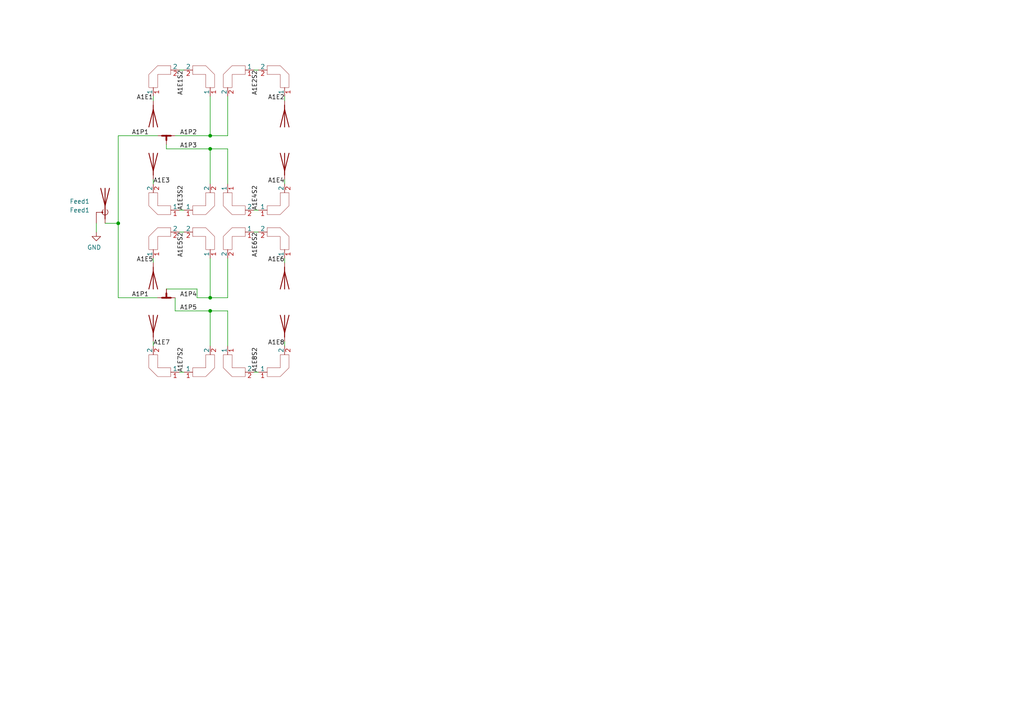
<source format=kicad_sch>
(kicad_sch (version 20201015) (generator eeschema)
  (paper "A4")
  (lib_symbols
    (symbol "Device:Antenna" (pin_numbers hide) (pin_names (offset 1.016) hide)
      (property "Reference" "AE" (at -1.905 1.905 0))
      (property "Value" "Antenna" (at -1.905 0 0))
      (symbol "Antenna_0_1"
        (polyline (pts (xy 0 2.54) (xy 0 -3.81)) (stroke (width 0.254)))
        (polyline (pts (xy 1.27 2.54) (xy 0 -2.54) (xy -1.27 2.54)) (stroke (width 0.254)))
      )
      (symbol "Antenna_1_1"
        (pin input line (at 0 -5.08 90) (length 2.54) (name "A") (number "1"))
      )
    )
    (symbol "Device:Antenna_Shield" (pin_numbers hide) (pin_names (offset 1.016) hide)
      (property "Reference" "AE" (at -1.905 4.445 0))
      (property "Value" "Antenna_Shield" (at -1.905 2.54 0))
      (symbol "Antenna_Shield_0_1"
        (arc (start 0 -2.667) (end -0.508 -1.143) (radius (at -0.0254 -1.8542) (length 0.8128) (angles -88.2 124.2)))
        (arc (start 0 -2.667) (end 0.508 -1.143) (radius (at 0.0254 -1.8542) (length 0.8128) (angles -91.8 55.8)))
        (circle (center 0.762 -1.905) (radius 0.1778) (fill (type outline)))
        (polyline (pts (xy 0 -2.54) (xy 0 0)))
        (polyline (pts (xy 0 5.08) (xy 0 -3.81)) (stroke (width 0.254)))
        (polyline (pts (xy 0.762 -1.905) (xy 2.54 -1.905)))
        (polyline (pts (xy 2.54 -2.54) (xy 2.54 -1.905)))
        (polyline (pts (xy 1.27 5.08) (xy 0 0) (xy -1.27 5.08)) (stroke (width 0.254)))
      )
      (symbol "Antenna_Shield_1_1"
        (pin input line (at 0 -5.08 90) (length 2.54) (name "A") (number "1"))
        (pin input line (at 2.54 -5.08 90) (length 2.54) (name "Shield") (number "2"))
      )
    )
    (symbol "Device:NetTie_3_Tee" (pin_numbers hide) (pin_names (offset 0) hide)
      (property "Reference" "NT" (at 0 3.175 0))
      (property "Value" "NetTie_3_Tee" (at 0 1.27 0))
      (symbol "NetTie_3_Tee_0_1"
        (polyline (pts (xy -1.27 0) (xy 1.27 0)) (stroke (width 0.508)))
        (polyline (pts (xy -1.27 0) (xy 1.27 0)) (stroke (width 0.254)))
        (polyline (pts (xy 0 -2.54) (xy 0 -2.54)) (stroke (width 0.254)))
        (polyline (pts (xy 0 -1.27) (xy 0 0)) (stroke (width 0.508)))
      )
      (symbol "NetTie_3_Tee_1_1"
        (pin passive line (at -2.54 0 0) (length 2.54) (name "1") (number "1"))
        (pin passive line (at 2.54 0 180) (length 2.54) (name "2") (number "2"))
        (pin passive line (at 0 -2.54 90) (length 2.54) (name "3") (number "3"))
      )
    )
    (symbol "Scott:RFAngle" (pin_names (offset 0))
      (symbol "RFAngle_0_1"
        (polyline (pts (xy -5.08 2.54) (xy -1.27 2.54) (xy 1.27 0) (xy 1.27 -3.81) (xy -1.27 -3.81) (xy -1.27 0) (xy -5.08 0) (xy -5.08 2.54)) (stroke (width 0.0006)))
      )
      (symbol "RFAngle_1_1"
        (pin bidirectional line (at -7.62 1.27 0) (length 2.54) (name "1") (number "1"))
        (pin bidirectional line (at 0 -6.35 90) (length 2.54) (name "2") (number "2"))
      )
    )
    (symbol "power:GND" (power) (pin_names (offset 0))
      (property "Value" "GND" (at 0 -3.81 0))
      (symbol "GND_0_1"
        (polyline (pts (xy 0 0) (xy 0 -1.27) (xy 1.27 -1.27) (xy 0 -2.54) (xy -1.27 -1.27) (xy 0 -1.27)))
      )
      (symbol "GND_1_1"
        (pin power_in line (at 0 0 270) (length 0) hide (name "GND") (number "1"))
      )
    )
  )
  (junction (at 34.29 64.77) (diameter 0.9144))
  (junction (at 60.96 39.37) (diameter 0.9144))
  (junction (at 60.96 43.18) (diameter 0.9144))
  (junction (at 60.96 86.36) (diameter 0.9144))
  (junction (at 60.96 90.17) (diameter 0.9144))
  (wire (pts (xy 27.94 64.77) (xy 27.94 67.31)))
  (wire (pts (xy 34.29 39.37) (xy 34.29 64.77)))
  (wire (pts (xy 34.29 39.37) (xy 45.72 39.37)))
  (wire (pts (xy 34.29 64.77) (xy 30.48 64.77)))
  (wire (pts (xy 34.29 64.77) (xy 34.29 86.36)))
  (wire (pts (xy 34.29 86.36) (xy 45.72 86.36)))
  (wire (pts (xy 44.45 27.94) (xy 44.45 29.21)))
  (wire (pts (xy 44.45 53.34) (xy 44.45 52.07)))
  (wire (pts (xy 44.45 74.93) (xy 44.45 76.2)))
  (wire (pts (xy 44.45 100.33) (xy 44.45 99.06)))
  (wire (pts (xy 48.26 41.91) (xy 48.26 43.18)))
  (wire (pts (xy 48.26 43.18) (xy 60.96 43.18)))
  (wire (pts (xy 48.26 83.82) (xy 57.15 83.82)))
  (wire (pts (xy 50.8 39.37) (xy 60.96 39.37)))
  (wire (pts (xy 50.8 86.36) (xy 50.8 90.17)))
  (wire (pts (xy 50.8 90.17) (xy 60.96 90.17)))
  (wire (pts (xy 52.07 20.32) (xy 53.34 20.32)))
  (wire (pts (xy 52.07 60.96) (xy 53.34 60.96)))
  (wire (pts (xy 52.07 67.31) (xy 53.34 67.31)))
  (wire (pts (xy 52.07 107.95) (xy 53.34 107.95)))
  (wire (pts (xy 57.15 83.82) (xy 57.15 86.36)))
  (wire (pts (xy 57.15 86.36) (xy 60.96 86.36)))
  (wire (pts (xy 60.96 27.94) (xy 60.96 39.37)))
  (wire (pts (xy 60.96 43.18) (xy 60.96 53.34)))
  (wire (pts (xy 60.96 74.93) (xy 60.96 86.36)))
  (wire (pts (xy 60.96 90.17) (xy 60.96 100.33)))
  (wire (pts (xy 66.04 27.94) (xy 66.04 39.37)))
  (wire (pts (xy 66.04 39.37) (xy 60.96 39.37)))
  (wire (pts (xy 66.04 43.18) (xy 60.96 43.18)))
  (wire (pts (xy 66.04 43.18) (xy 66.04 53.34)))
  (wire (pts (xy 66.04 74.93) (xy 66.04 86.36)))
  (wire (pts (xy 66.04 86.36) (xy 60.96 86.36)))
  (wire (pts (xy 66.04 90.17) (xy 60.96 90.17)))
  (wire (pts (xy 66.04 90.17) (xy 66.04 100.33)))
  (wire (pts (xy 74.93 20.32) (xy 73.66 20.32)))
  (wire (pts (xy 74.93 60.96) (xy 73.66 60.96)))
  (wire (pts (xy 74.93 67.31) (xy 73.66 67.31)))
  (wire (pts (xy 74.93 107.95) (xy 73.66 107.95)))
  (wire (pts (xy 82.55 27.94) (xy 82.55 29.21)))
  (wire (pts (xy 82.55 53.34) (xy 82.55 52.07)))
  (wire (pts (xy 82.55 74.93) (xy 82.55 76.2)))
  (wire (pts (xy 82.55 100.33) (xy 82.55 99.06)))
  (label "A1P1" (at 43.18 39.37 180))
  (label "A1P1" (at 43.18 86.36 180))
  (label "A1E1" (at 44.45 29.21 180))
  (label "A1E3" (at 44.45 53.34 0))
  (label "A1E5" (at 44.45 76.2 180))
  (label "A1E7" (at 44.45 100.33 0))
  (label "A1E1S2" (at 53.34 20.32 270))
  (label "A1E3S2" (at 53.34 60.96 90))
  (label "A1E5S2" (at 53.34 67.31 270))
  (label "A1E7S2" (at 53.34 107.95 90))
  (label "A1P2" (at 57.15 39.37 180))
  (label "A1P3" (at 57.15 43.18 180))
  (label "A1P4" (at 57.15 86.36 180))
  (label "A1P5" (at 57.15 90.17 180))
  (label "A1E2S2" (at 74.93 20.32 270))
  (label "A1E4S2" (at 74.93 60.96 90))
  (label "A1E6S2" (at 74.93 67.31 270))
  (label "A1E8S2" (at 74.93 107.95 90))
  (label "A1E2" (at 82.55 29.21 180))
  (label "A1E4" (at 82.55 53.34 180))
  (label "A1E6" (at 82.55 76.2 180))
  (label "A1E8" (at 82.55 100.33 180))
  (symbol (lib_id "power:GND") (at 27.94 67.31 0) (mirror y) (unit 1)
    (property "Reference" "#PWR01" (effects hide))
    (property "Value" "GND" (at 27.305 71.755 0))
  )
  (symbol (lib_id "Device:NetTie_3_Tee") (at 48.26 39.37 0) (unit 1)
    (property "Reference" "NT1" (effects hide))
    (property "Value" "NetTie_3_Tee" (effects hide))
    (property "Footprint" "Scott-RF-JLCPCB-1.2mm7628-4layer:RF-T-50ohm" (effects hide))
  )
  (symbol (lib_id "Device:NetTie_3_Tee") (at 48.26 86.36 0) (mirror x) (unit 1)
    (property "Reference" "NT2" (effects hide))
    (property "Value" "NetTie_3_Tee" (effects hide))
    (property "Footprint" "Scott-RF-JLCPCB-1.2mm7628-4layer:RF-T-50ohm" (effects hide))
  )
  (symbol (lib_id "Device:Antenna") (at 44.45 34.29 180) (unit 1)
    (property "Reference" "AE1" (effects hide))
    (property "Value" "Antenna" (effects hide))
    (property "Footprint" "Scott:PanelAnt5.0_V_UP_100R" (effects hide))
  )
  (symbol (lib_id "Device:Antenna") (at 44.45 46.99 0) (mirror y) (unit 1)
    (property "Reference" "AE3" (effects hide))
    (property "Value" "Antenna" (effects hide))
    (property "Footprint" "Scott:PanelAnt5.0_V_UP_100R" (effects hide))
  )
  (symbol (lib_id "Device:Antenna") (at 44.45 81.28 180) (unit 1)
    (property "Reference" "AE5" (effects hide))
    (property "Value" "Antenna" (effects hide))
    (property "Footprint" "Scott:PanelAnt5.0_V_UP_100R" (effects hide))
  )
  (symbol (lib_id "Device:Antenna") (at 44.45 93.98 0) (mirror y) (unit 1)
    (property "Reference" "AE7" (effects hide))
    (property "Value" "Antenna" (effects hide))
    (property "Footprint" "Scott:PanelAnt5.0_V_UP_100R" (effects hide))
  )
  (symbol (lib_id "Device:Antenna") (at 82.55 34.29 0) (mirror x) (unit 1)
    (property "Reference" "AE2" (effects hide))
    (property "Value" "Antenna" (effects hide))
    (property "Footprint" "Scott:PanelAnt5.0_V_UP_100R" (effects hide))
  )
  (symbol (lib_id "Device:Antenna") (at 82.55 46.99 0) (unit 1)
    (property "Reference" "AE4" (effects hide))
    (property "Value" "Antenna" (effects hide))
    (property "Footprint" "Scott:PanelAnt5.0_V_UP_100R" (effects hide))
  )
  (symbol (lib_id "Device:Antenna") (at 82.55 81.28 0) (mirror x) (unit 1)
    (property "Reference" "AE6" (effects hide))
    (property "Value" "Antenna" (effects hide))
    (property "Footprint" "Scott:PanelAnt5.0_V_UP_100R" (effects hide))
  )
  (symbol (lib_id "Device:Antenna") (at 82.55 93.98 0) (unit 1)
    (property "Reference" "AE8" (effects hide))
    (property "Value" "Antenna" (effects hide))
    (property "Footprint" "Scott:PanelAnt5.0_V_UP_100R" (effects hide))
  )
  (symbol (lib_id "Device:Antenna_Shield") (at 30.48 59.69 0) (mirror y) (unit 1)
    (property "Reference" "Feed1" (at 26.035 58.42 0) (effects (justify left)))
    (property "Value" "Feed1" (at 26.035 60.96 0) (effects (justify left)))
    (property "Footprint" "Scott:Flat_Ant_Hole" (effects hide))
  )
  (symbol (lib_id "Scott:RFAngle") (at 44.45 59.69 180) (unit 1)
    (property "Reference" "AA5" (effects hide))
    (property "Value" "RFAngle" (effects hide))
    (property "Footprint" "Scott-RF-JLCPCB-1.2mm7628-4layer:RF-Angle-100ohm" (effects hide))
  )
  (symbol (lib_id "Scott:RFAngle") (at 44.45 106.68 180) (unit 1)
    (property "Reference" "AA13" (effects hide))
    (property "Value" "RFAngle" (effects hide))
    (property "Footprint" "Scott-RF-JLCPCB-1.2mm7628-4layer:RF-Angle-100ohm" (effects hide))
  )
  (symbol (lib_id "Scott:RFAngle") (at 45.72 20.32 90) (unit 1)
    (property "Reference" "AA1" (effects hide))
    (property "Value" "RFAngle" (effects hide))
    (property "Footprint" "Scott-RF-JLCPCB-1.2mm7628-4layer:RF-Angle-100ohm" (effects hide))
  )
  (symbol (lib_id "Scott:RFAngle") (at 45.72 67.31 90) (unit 1)
    (property "Reference" "AA9" (effects hide))
    (property "Value" "RFAngle" (effects hide))
    (property "Footprint" "Scott-RF-JLCPCB-1.2mm7628-4layer:RF-Angle-100ohm" (effects hide))
  )
  (symbol (lib_id "Scott:RFAngle") (at 59.69 20.32 270) (mirror x) (unit 1)
    (property "Reference" "AA2" (effects hide))
    (property "Value" "RFAngle" (effects hide))
    (property "Footprint" "Scott-RF-JLCPCB-1.2mm7628-4layer:RF-Angle-100ohm" (effects hide))
  )
  (symbol (lib_id "Scott:RFAngle") (at 59.69 67.31 270) (mirror x) (unit 1)
    (property "Reference" "AA10" (effects hide))
    (property "Value" "RFAngle" (effects hide))
    (property "Footprint" "Scott-RF-JLCPCB-1.2mm7628-4layer:RF-Angle-100ohm" (effects hide))
  )
  (symbol (lib_id "Scott:RFAngle") (at 60.96 59.69 0) (mirror x) (unit 1)
    (property "Reference" "AA6" (effects hide))
    (property "Value" "RFAngle" (effects hide))
    (property "Footprint" "Scott-RF-JLCPCB-1.2mm7628-4layer:RF-Angle-100ohm" (effects hide))
  )
  (symbol (lib_id "Scott:RFAngle") (at 60.96 106.68 0) (mirror x) (unit 1)
    (property "Reference" "AA14" (effects hide))
    (property "Value" "RFAngle" (effects hide))
    (property "Footprint" "Scott-RF-JLCPCB-1.2mm7628-4layer:RF-Angle-100ohm" (effects hide))
  )
  (symbol (lib_id "Scott:RFAngle") (at 66.04 21.59 0) (mirror y) (unit 1)
    (property "Reference" "AA3" (effects hide))
    (property "Value" "RFAngle" (effects hide))
    (property "Footprint" "Scott-RF-JLCPCB-1.2mm7628-4layer:RF-Angle-100ohm" (effects hide))
  )
  (symbol (lib_id "Scott:RFAngle") (at 66.04 68.58 0) (mirror y) (unit 1)
    (property "Reference" "AA11" (effects hide))
    (property "Value" "RFAngle" (effects hide))
    (property "Footprint" "Scott-RF-JLCPCB-1.2mm7628-4layer:RF-Angle-100ohm" (effects hide))
  )
  (symbol (lib_id "Scott:RFAngle") (at 67.31 60.96 90) (mirror x) (unit 1)
    (property "Reference" "AA7" (effects hide))
    (property "Value" "RFAngle" (effects hide))
    (property "Footprint" "Scott-RF-JLCPCB-1.2mm7628-4layer:RF-Angle-100ohm" (effects hide))
  )
  (symbol (lib_id "Scott:RFAngle") (at 67.31 107.95 90) (mirror x) (unit 1)
    (property "Reference" "AA15" (effects hide))
    (property "Value" "RFAngle" (effects hide))
    (property "Footprint" "Scott-RF-JLCPCB-1.2mm7628-4layer:RF-Angle-100ohm" (effects hide))
  )
  (symbol (lib_id "Scott:RFAngle") (at 81.28 20.32 270) (mirror x) (unit 1)
    (property "Reference" "AA4" (effects hide))
    (property "Value" "RFAngle" (effects hide))
    (property "Footprint" "Scott-RF-JLCPCB-1.2mm7628-4layer:RF-Angle-100ohm" (effects hide))
  )
  (symbol (lib_id "Scott:RFAngle") (at 81.28 67.31 270) (mirror x) (unit 1)
    (property "Reference" "AA12" (effects hide))
    (property "Value" "RFAngle" (effects hide))
    (property "Footprint" "Scott-RF-JLCPCB-1.2mm7628-4layer:RF-Angle-100ohm" (effects hide))
  )
  (symbol (lib_id "Scott:RFAngle") (at 82.55 59.69 0) (mirror x) (unit 1)
    (property "Reference" "AA8" (effects hide))
    (property "Value" "RFAngle" (effects hide))
    (property "Footprint" "Scott-RF-JLCPCB-1.2mm7628-4layer:RF-Angle-100ohm" (effects hide))
  )
  (symbol (lib_id "Scott:RFAngle") (at 82.55 106.68 0) (mirror x) (unit 1)
    (property "Reference" "AA16" (effects hide))
    (property "Value" "RFAngle" (effects hide))
    (property "Footprint" "Scott-RF-JLCPCB-1.2mm7628-4layer:RF-Angle-100ohm" (effects hide))
  )
)
</source>
